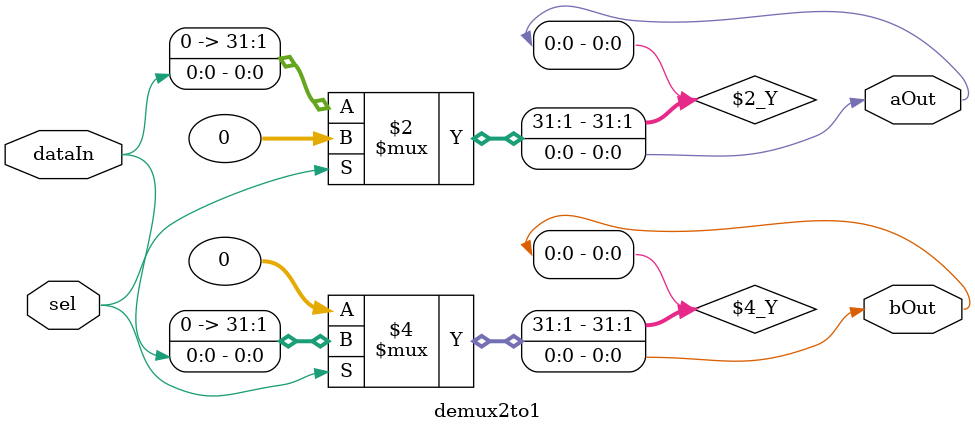
<source format=v>

module demux2to1 (dataIn, sel, aOut, bOut);

input 	dataIn, sel;
output	aOut, bOut;

assign aOut = sel ? 0 : dataIn;
assign bOut = sel ? dataIn : 0;

endmodule
</source>
